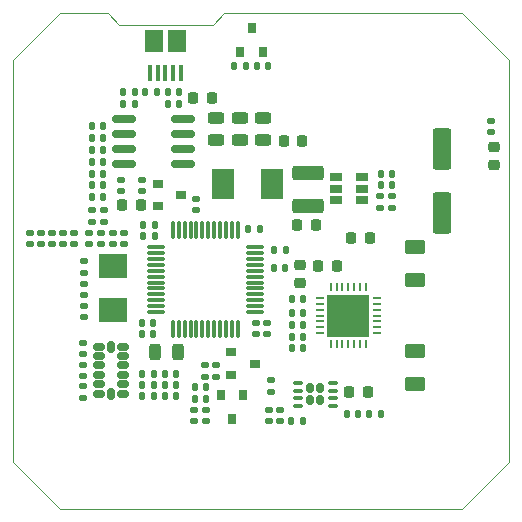
<source format=gbr>
G04 #@! TF.GenerationSoftware,KiCad,Pcbnew,(6.0.5)*
G04 #@! TF.CreationDate,2022-09-26T13:26:44+02:00*
G04 #@! TF.ProjectId,Huvud,48757675-642e-46b6-9963-61645f706362,rev?*
G04 #@! TF.SameCoordinates,PXad91980PY876bf80*
G04 #@! TF.FileFunction,Paste,Top*
G04 #@! TF.FilePolarity,Positive*
%FSLAX46Y46*%
G04 Gerber Fmt 4.6, Leading zero omitted, Abs format (unit mm)*
G04 Created by KiCad (PCBNEW (6.0.5)) date 2022-09-26 13:26:44*
%MOMM*%
%LPD*%
G01*
G04 APERTURE LIST*
G04 Aperture macros list*
%AMRoundRect*
0 Rectangle with rounded corners*
0 $1 Rounding radius*
0 $2 $3 $4 $5 $6 $7 $8 $9 X,Y pos of 4 corners*
0 Add a 4 corners polygon primitive as box body*
4,1,4,$2,$3,$4,$5,$6,$7,$8,$9,$2,$3,0*
0 Add four circle primitives for the rounded corners*
1,1,$1+$1,$2,$3*
1,1,$1+$1,$4,$5*
1,1,$1+$1,$6,$7*
1,1,$1+$1,$8,$9*
0 Add four rect primitives between the rounded corners*
20,1,$1+$1,$2,$3,$4,$5,0*
20,1,$1+$1,$4,$5,$6,$7,0*
20,1,$1+$1,$6,$7,$8,$9,0*
20,1,$1+$1,$8,$9,$2,$3,0*%
G04 Aperture macros list end*
G04 #@! TA.AperFunction,Profile*
%ADD10C,0.100000*%
G04 #@! TD*
G04 #@! TA.AperFunction,Profile*
%ADD11C,0.050000*%
G04 #@! TD*
%ADD12RoundRect,0.147500X0.172500X-0.147500X0.172500X0.147500X-0.172500X0.147500X-0.172500X-0.147500X0*%
%ADD13RoundRect,0.147500X-0.147500X-0.172500X0.147500X-0.172500X0.147500X0.172500X-0.147500X0.172500X0*%
%ADD14R,2.400000X2.000000*%
%ADD15RoundRect,0.147500X0.147500X0.172500X-0.147500X0.172500X-0.147500X-0.172500X0.147500X-0.172500X0*%
%ADD16RoundRect,0.147500X-0.172500X0.147500X-0.172500X-0.147500X0.172500X-0.147500X0.172500X0.147500X0*%
%ADD17RoundRect,0.075000X-0.662500X-0.075000X0.662500X-0.075000X0.662500X0.075000X-0.662500X0.075000X0*%
%ADD18RoundRect,0.075000X-0.075000X-0.662500X0.075000X-0.662500X0.075000X0.662500X-0.075000X0.662500X0*%
%ADD19RoundRect,0.243750X0.243750X0.456250X-0.243750X0.456250X-0.243750X-0.456250X0.243750X-0.456250X0*%
%ADD20R,0.900000X0.800000*%
%ADD21RoundRect,0.218750X0.218750X0.256250X-0.218750X0.256250X-0.218750X-0.256250X0.218750X-0.256250X0*%
%ADD22RoundRect,0.218750X-0.218750X-0.256250X0.218750X-0.256250X0.218750X0.256250X-0.218750X0.256250X0*%
%ADD23RoundRect,0.250000X-0.625000X0.375000X-0.625000X-0.375000X0.625000X-0.375000X0.625000X0.375000X0*%
%ADD24RoundRect,0.250000X0.625000X-0.375000X0.625000X0.375000X-0.625000X0.375000X-0.625000X-0.375000X0*%
%ADD25R,0.400000X1.350000*%
%ADD26R,1.500000X1.900000*%
%ADD27R,0.203200X0.762000*%
%ADD28R,0.762000X0.203200*%
%ADD29R,3.600000X3.600000*%
%ADD30RoundRect,0.172500X-0.172500X-0.242500X0.172500X-0.242500X0.172500X0.242500X-0.172500X0.242500X0*%
%ADD31RoundRect,0.075000X-0.325000X-0.075000X0.325000X-0.075000X0.325000X0.075000X-0.325000X0.075000X0*%
%ADD32RoundRect,0.250000X-1.075000X0.375000X-1.075000X-0.375000X1.075000X-0.375000X1.075000X0.375000X0*%
%ADD33RoundRect,0.243750X0.456250X-0.243750X0.456250X0.243750X-0.456250X0.243750X-0.456250X-0.243750X0*%
%ADD34R,1.060000X0.650000*%
%ADD35R,1.900000X2.500000*%
%ADD36RoundRect,0.250000X-0.550000X1.500000X-0.550000X-1.500000X0.550000X-1.500000X0.550000X1.500000X0*%
%ADD37RoundRect,0.249600X-0.550400X1.500400X-0.550400X-1.500400X0.550400X-1.500400X0.550400X1.500400X0*%
%ADD38RoundRect,0.218750X0.256250X-0.218750X0.256250X0.218750X-0.256250X0.218750X-0.256250X-0.218750X0*%
%ADD39RoundRect,0.218750X-0.256250X0.218750X-0.256250X-0.218750X0.256250X-0.218750X0.256250X0.218750X0*%
%ADD40RoundRect,0.150000X-0.825000X-0.150000X0.825000X-0.150000X0.825000X0.150000X-0.825000X0.150000X0*%
%ADD41R,0.800000X0.900000*%
%ADD42RoundRect,0.150000X-0.325000X-0.150000X0.325000X-0.150000X0.325000X0.150000X-0.325000X0.150000X0*%
%ADD43RoundRect,0.150000X-0.150000X-0.325000X0.150000X-0.325000X0.150000X0.325000X-0.150000X0.325000X0*%
%ADD44RoundRect,0.140000X-0.170000X0.140000X-0.170000X-0.140000X0.170000X-0.140000X0.170000X0.140000X0*%
G04 APERTURE END LIST*
D10*
X42000000Y38000000D02*
X42000000Y4000000D01*
D11*
X4000000Y42000000D02*
X8000000Y42000000D01*
X17900000Y42000000D02*
X38000000Y42000000D01*
D10*
X9000000Y41000000D02*
X8000000Y42000000D01*
D11*
X4000000Y0D02*
X0Y4000000D01*
X38000000Y42000000D02*
X42000000Y38000000D01*
D10*
X17900000Y42000000D02*
X16900000Y41000000D01*
X16900000Y41000000D02*
X9000000Y41000000D01*
D11*
X0Y38000000D02*
X4000000Y42000000D01*
D10*
X0Y4000000D02*
X0Y38000000D01*
D11*
X38000000Y0D02*
X42000000Y4000000D01*
D10*
X38000000Y0D02*
X4000000Y0D01*
D12*
X6050000Y16215000D03*
X6050000Y17185000D03*
D13*
X12830000Y10475000D03*
X13800000Y10475000D03*
D14*
X8450000Y16850000D03*
X8450000Y20550000D03*
D13*
X11015000Y23100000D03*
X11985000Y23100000D03*
D15*
X20885000Y23700000D03*
X19915000Y23700000D03*
D13*
X6665000Y28400000D03*
X7635000Y28400000D03*
D16*
X6050000Y20985000D03*
X6050000Y20015000D03*
D15*
X7635000Y32400000D03*
X6665000Y32400000D03*
D17*
X12121100Y22166900D03*
X12121100Y21666900D03*
X12121100Y21166900D03*
X12121100Y20666900D03*
X12121100Y20166900D03*
X12121100Y19666900D03*
X12121100Y19166900D03*
X12121100Y18666900D03*
X12121100Y18166900D03*
X12121100Y17666900D03*
X12121100Y17166900D03*
X12121100Y16666900D03*
D18*
X13533600Y15254400D03*
X14033600Y15254400D03*
X14533600Y15254400D03*
X15033600Y15254400D03*
X15533600Y15254400D03*
X16033600Y15254400D03*
X16533600Y15254400D03*
X17033600Y15254400D03*
X17533600Y15254400D03*
X18033600Y15254400D03*
X18533600Y15254400D03*
X19033600Y15254400D03*
D17*
X20446100Y16666900D03*
X20446100Y17166900D03*
X20446100Y17666900D03*
X20446100Y18166900D03*
X20446100Y18666900D03*
X20446100Y19166900D03*
X20446100Y19666900D03*
X20446100Y20166900D03*
X20446100Y20666900D03*
X20446100Y21166900D03*
X20446100Y21666900D03*
X20446100Y22166900D03*
D18*
X19033600Y23579400D03*
X18533600Y23579400D03*
X18033600Y23579400D03*
X17533600Y23579400D03*
X17033600Y23579400D03*
X16533600Y23579400D03*
X16033600Y23579400D03*
X15533600Y23579400D03*
X15033600Y23579400D03*
X14533600Y23579400D03*
X14033600Y23579400D03*
X13533600Y23579400D03*
D13*
X11015000Y24050000D03*
X11985000Y24050000D03*
D19*
X13937500Y13300000D03*
X12062500Y13300000D03*
D13*
X6665000Y31400000D03*
X7635000Y31400000D03*
X9315000Y34300000D03*
X10285000Y34300000D03*
D16*
X3300000Y23385000D03*
X3300000Y22415000D03*
D12*
X20550000Y14815000D03*
X20550000Y15785000D03*
X21500000Y14815000D03*
X21500000Y15785000D03*
D13*
X6665000Y29400000D03*
X7635000Y29400000D03*
D15*
X7635000Y30400000D03*
X6665000Y30400000D03*
D12*
X16250000Y11215000D03*
X16250000Y12185000D03*
X21650000Y7435000D03*
X21650000Y8405000D03*
D13*
X28265000Y8000000D03*
X29235000Y8000000D03*
D20*
X18450000Y13250000D03*
X18450000Y11350000D03*
X20450000Y12300000D03*
D12*
X15350000Y7415000D03*
X15350000Y8385000D03*
X22600000Y7435000D03*
X22600000Y8405000D03*
D15*
X24585000Y17800000D03*
X23615000Y17800000D03*
X24585000Y13600000D03*
X23615000Y13600000D03*
D21*
X30187500Y22950000D03*
X28612500Y22950000D03*
D22*
X25812500Y20600000D03*
X27387500Y20600000D03*
D21*
X30037500Y9900000D03*
X28462500Y9900000D03*
D23*
X34050000Y22200000D03*
X34050000Y19400000D03*
D24*
X34050000Y10600000D03*
X34050000Y13400000D03*
D15*
X13800000Y9525000D03*
X12830000Y9525000D03*
X24585000Y16600000D03*
X23615000Y16600000D03*
D25*
X14200000Y36937500D03*
X13550000Y36937500D03*
X12900000Y36937500D03*
X12250000Y36937500D03*
X11600000Y36937500D03*
D26*
X13900000Y39637500D03*
X11900000Y39637500D03*
D12*
X16300000Y7415000D03*
X16300000Y8385000D03*
D15*
X31135000Y8000000D03*
X30165000Y8000000D03*
D12*
X2350000Y22415000D03*
X2350000Y23385000D03*
D16*
X17200000Y12185000D03*
X17200000Y11215000D03*
D27*
X29887800Y18800900D03*
X29387801Y18800900D03*
X28887799Y18800900D03*
X28387800Y18800900D03*
X27887801Y18800900D03*
X27387799Y18800900D03*
X26887800Y18800900D03*
D28*
X25962100Y17875200D03*
X25962100Y17375201D03*
X25962100Y16875199D03*
X25962100Y16375200D03*
X25962100Y15875201D03*
X25962100Y15375199D03*
X25962100Y14875200D03*
D27*
X26887800Y13949500D03*
X27387799Y13949500D03*
X27887801Y13949500D03*
X28387800Y13949500D03*
X28887799Y13949500D03*
X29387801Y13949500D03*
X29887800Y13949500D03*
D28*
X30813500Y14875200D03*
X30813500Y15375199D03*
X30813500Y15875201D03*
X30813500Y16375200D03*
X30813500Y16875199D03*
X30813500Y17375201D03*
X30813500Y17875200D03*
D29*
X28387800Y16375200D03*
D12*
X7700000Y24315000D03*
X7700000Y25285000D03*
D15*
X7635000Y27400000D03*
X6665000Y27400000D03*
X7635000Y26400000D03*
X6665000Y26400000D03*
X24585000Y15600000D03*
X23615000Y15600000D03*
D13*
X23615000Y14600000D03*
X24585000Y14600000D03*
D30*
X26025000Y10210000D03*
X25175000Y9190000D03*
X25175000Y10210000D03*
X26025000Y9190000D03*
D31*
X24150000Y10675000D03*
X24150000Y10025000D03*
X24150000Y9375000D03*
X24150000Y8725000D03*
X27050000Y8725000D03*
X27050000Y10675000D03*
X27050000Y10025000D03*
X27050000Y9375000D03*
D13*
X23565000Y7450000D03*
X24535000Y7450000D03*
D32*
X24950000Y28480000D03*
X24950000Y25680000D03*
D33*
X19200000Y31262500D03*
X19200000Y33137500D03*
D34*
X27370000Y28070000D03*
X27370000Y27120000D03*
X27370000Y26170000D03*
X29570000Y26170000D03*
X29570000Y27120000D03*
X29570000Y28070000D03*
D33*
X17200000Y31262500D03*
X17200000Y33137500D03*
X21200000Y31262500D03*
X21200000Y33137500D03*
D21*
X25637500Y24050000D03*
X24062500Y24050000D03*
D22*
X22912500Y31150000D03*
X24487500Y31150000D03*
D12*
X1400000Y22415000D03*
X1400000Y23385000D03*
D16*
X32100000Y26485000D03*
X32100000Y25515000D03*
D13*
X31115000Y27450000D03*
X32085000Y27450000D03*
D15*
X32085000Y28400000D03*
X31115000Y28400000D03*
D16*
X31100000Y26485000D03*
X31100000Y25515000D03*
D35*
X21900000Y27550000D03*
X17800000Y27550000D03*
D12*
X9100000Y26915000D03*
X9100000Y27885000D03*
D36*
X36350000Y30450000D03*
D37*
X36350000Y25050000D03*
D16*
X6700000Y25285000D03*
X6700000Y24315000D03*
D13*
X10915000Y14800000D03*
X11885000Y14800000D03*
X10915000Y15750000D03*
X11885000Y15750000D03*
D15*
X10285000Y35300000D03*
X9315000Y35300000D03*
D13*
X13115000Y35300000D03*
X14085000Y35300000D03*
X11215000Y35300000D03*
X12185000Y35300000D03*
D15*
X14085000Y34300000D03*
X13115000Y34300000D03*
X13800000Y11425000D03*
X12830000Y11425000D03*
D38*
X24300000Y19112500D03*
X24300000Y20687500D03*
D39*
X40700000Y30687500D03*
X40700000Y29112500D03*
D40*
X9425000Y33005000D03*
X9425000Y31735000D03*
X9425000Y30465000D03*
X9425000Y29195000D03*
X14375000Y29195000D03*
X14375000Y30465000D03*
X14375000Y31735000D03*
X14375000Y33005000D03*
D41*
X19250000Y38700000D03*
X21150000Y38700000D03*
X20200000Y40700000D03*
D13*
X20615000Y37500000D03*
X21585000Y37500000D03*
X18715000Y37500000D03*
X19685000Y37500000D03*
D16*
X9400000Y23385000D03*
X9400000Y22415000D03*
X6450000Y23385000D03*
X6450000Y22415000D03*
X7450000Y23395000D03*
X7450000Y22425000D03*
D12*
X8440000Y22425000D03*
X8440000Y23395000D03*
X4250000Y22415000D03*
X4250000Y23385000D03*
X5200000Y22415000D03*
X5200000Y23385000D03*
D42*
X7300000Y13750000D03*
X7300000Y12950000D03*
X7300000Y12150000D03*
X7300000Y11350000D03*
X7300000Y10550000D03*
X7300000Y9750000D03*
D43*
X8300000Y9750000D03*
D42*
X9300000Y9750000D03*
X9300000Y10550000D03*
X9300000Y11350000D03*
X9300000Y12150000D03*
X9300000Y12950000D03*
X9300000Y13750000D03*
D43*
X8300000Y13750000D03*
D16*
X10950000Y27885000D03*
X10950000Y26915000D03*
D22*
X9262500Y25700000D03*
X10837500Y25700000D03*
D12*
X5900000Y13115000D03*
X5900000Y14085000D03*
D20*
X12250000Y27550000D03*
X12250000Y25650000D03*
X14250000Y26600000D03*
D41*
X19500000Y9650000D03*
X17600000Y9650000D03*
X18550000Y7650000D03*
D15*
X16335000Y10300000D03*
X15365000Y10300000D03*
D13*
X15365000Y9350000D03*
X16335000Y9350000D03*
D12*
X6050000Y18115000D03*
X6050000Y19085000D03*
D13*
X22115000Y21950000D03*
X23085000Y21950000D03*
D12*
X15500000Y25315000D03*
X15500000Y26285000D03*
D16*
X21800000Y10885000D03*
X21800000Y9915000D03*
D13*
X10950000Y11425000D03*
X11920000Y11425000D03*
D15*
X11920000Y10475000D03*
X10950000Y10475000D03*
D13*
X10950000Y9525000D03*
X11920000Y9525000D03*
D22*
X15262500Y34800000D03*
X16837500Y34800000D03*
D13*
X22065000Y20400000D03*
X23035000Y20400000D03*
D12*
X40500000Y31915000D03*
X40500000Y32885000D03*
D44*
X5900000Y12230000D03*
X5900000Y11270000D03*
X5900000Y10380000D03*
X5900000Y9420000D03*
M02*

</source>
